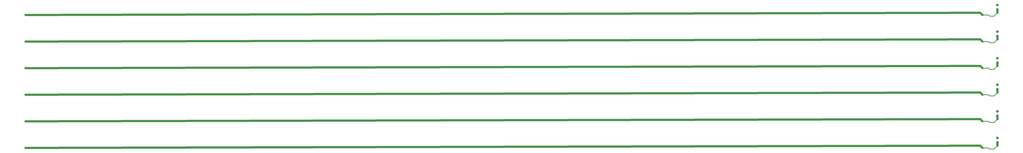
<source format=gbr>
G04 EAGLE Gerber RS-274X export*
G75*
%MOMM*%
%FSLAX34Y34*%
%LPD*%
%INBottom Copper*%
%IPPOS*%
%AMOC8*
5,1,8,0,0,1.08239X$1,22.5*%
G01*
%ADD10C,1.056400*%
%ADD11C,0.406400*%
%ADD12C,1.270000*%
%ADD13C,1.524000*%


D10*
X64770Y12700D03*
D11*
X5598160Y6350D02*
X5617210Y25400D01*
X5598160Y6350D02*
X5572760Y6350D01*
X5566410Y12700D01*
X5532120Y12700D01*
D12*
X5519450Y25371D01*
X71135Y12685D01*
X71120Y12700D01*
X64770Y12700D01*
X5617210Y25400D02*
X5617210Y44450D01*
D13*
X5617210Y44450D03*
X5617210Y69850D03*
D10*
X64770Y165100D03*
D11*
X5598160Y158750D02*
X5617210Y177800D01*
X5598160Y158750D02*
X5572760Y158750D01*
X5566410Y165100D01*
X5532120Y165100D01*
D12*
X5519450Y177771D01*
X71135Y165085D01*
X71120Y165100D01*
X64770Y165100D01*
X5617210Y177800D02*
X5617210Y196850D01*
D13*
X5617210Y196850D03*
X5617210Y222250D03*
D10*
X64770Y317500D03*
D11*
X5598160Y311150D02*
X5617210Y330200D01*
X5598160Y311150D02*
X5572760Y311150D01*
X5566410Y317500D01*
X5532120Y317500D01*
D12*
X5519450Y330171D01*
X71135Y317485D01*
X71120Y317500D01*
X64770Y317500D01*
X5617210Y330200D02*
X5617210Y349250D01*
D13*
X5617210Y349250D03*
X5617210Y374650D03*
D10*
X64770Y469900D03*
D11*
X5598160Y463550D02*
X5617210Y482600D01*
X5598160Y463550D02*
X5572760Y463550D01*
X5566410Y469900D01*
X5532120Y469900D01*
D12*
X5519450Y482571D01*
X71135Y469885D01*
X71120Y469900D01*
X64770Y469900D01*
X5617210Y482600D02*
X5617210Y501650D01*
D13*
X5617210Y501650D03*
X5617210Y527050D03*
D10*
X64770Y622300D03*
D11*
X5598160Y615950D02*
X5617210Y635000D01*
X5598160Y615950D02*
X5572760Y615950D01*
X5566410Y622300D01*
X5532120Y622300D01*
D12*
X5519450Y634971D01*
X71135Y622285D01*
X71120Y622300D01*
X64770Y622300D01*
X5617210Y635000D02*
X5617210Y654050D01*
D13*
X5617210Y654050D03*
X5617210Y679450D03*
D10*
X64770Y774700D03*
D11*
X5598160Y768350D02*
X5617210Y787400D01*
X5598160Y768350D02*
X5572760Y768350D01*
X5566410Y774700D01*
X5532120Y774700D01*
D12*
X5519450Y787371D01*
X71135Y774685D01*
X71120Y774700D01*
X64770Y774700D01*
X5617210Y787400D02*
X5617210Y806450D01*
D13*
X5617210Y806450D03*
X5617210Y831850D03*
M02*

</source>
